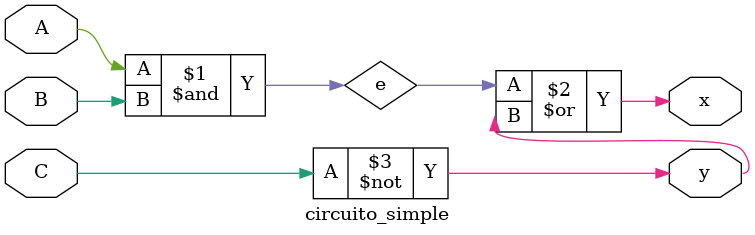
<source format=v>
module circuito_simple(A,B,C,x,y);
    // Puertos: salidas y entradas del circuito
    input A,B,C;
    output x,y;
    // conexion interna o cable
    wire e;
    
    // se ponen primero las salidas, despues las entradas
    and g1(e,A,B);
    not g2(y,C);
    or g3(x,e,y);

endmodule
</source>
